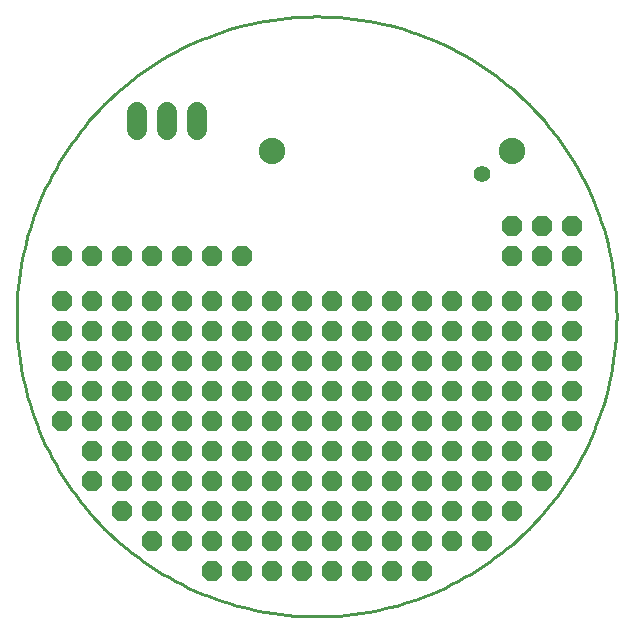
<source format=gts>
G75*
%MOIN*%
%OFA0B0*%
%FSLAX25Y25*%
%IPPOS*%
%LPD*%
%AMOC8*
5,1,8,0,0,1.08239X$1,22.5*
%
%ADD10C,0.01000*%
%ADD11C,0.08800*%
%ADD12OC8,0.06800*%
%ADD13C,0.06800*%
%ADD14OC8,0.06706*%
%ADD15C,0.05550*%
D10*
X0001500Y0101500D02*
X0001530Y0103954D01*
X0001620Y0106407D01*
X0001771Y0108856D01*
X0001982Y0111302D01*
X0002252Y0113741D01*
X0002582Y0116173D01*
X0002972Y0118596D01*
X0003421Y0121009D01*
X0003930Y0123410D01*
X0004497Y0125798D01*
X0005122Y0128171D01*
X0005806Y0130528D01*
X0006547Y0132868D01*
X0007346Y0135189D01*
X0008201Y0137490D01*
X0009112Y0139768D01*
X0010079Y0142024D01*
X0011101Y0144256D01*
X0012178Y0146461D01*
X0013308Y0148640D01*
X0014491Y0150790D01*
X0015727Y0152910D01*
X0017015Y0155000D01*
X0018353Y0157057D01*
X0019742Y0159081D01*
X0021179Y0161070D01*
X0022665Y0163023D01*
X0024199Y0164939D01*
X0025779Y0166817D01*
X0027405Y0168656D01*
X0029075Y0170454D01*
X0030789Y0172211D01*
X0032546Y0173925D01*
X0034344Y0175595D01*
X0036183Y0177221D01*
X0038061Y0178801D01*
X0039977Y0180335D01*
X0041930Y0181821D01*
X0043919Y0183258D01*
X0045943Y0184647D01*
X0048000Y0185985D01*
X0050090Y0187273D01*
X0052210Y0188509D01*
X0054360Y0189692D01*
X0056539Y0190822D01*
X0058744Y0191899D01*
X0060976Y0192921D01*
X0063232Y0193888D01*
X0065510Y0194799D01*
X0067811Y0195654D01*
X0070132Y0196453D01*
X0072472Y0197194D01*
X0074829Y0197878D01*
X0077202Y0198503D01*
X0079590Y0199070D01*
X0081991Y0199579D01*
X0084404Y0200028D01*
X0086827Y0200418D01*
X0089259Y0200748D01*
X0091698Y0201018D01*
X0094144Y0201229D01*
X0096593Y0201380D01*
X0099046Y0201470D01*
X0101500Y0201500D01*
X0103954Y0201470D01*
X0106407Y0201380D01*
X0108856Y0201229D01*
X0111302Y0201018D01*
X0113741Y0200748D01*
X0116173Y0200418D01*
X0118596Y0200028D01*
X0121009Y0199579D01*
X0123410Y0199070D01*
X0125798Y0198503D01*
X0128171Y0197878D01*
X0130528Y0197194D01*
X0132868Y0196453D01*
X0135189Y0195654D01*
X0137490Y0194799D01*
X0139768Y0193888D01*
X0142024Y0192921D01*
X0144256Y0191899D01*
X0146461Y0190822D01*
X0148640Y0189692D01*
X0150790Y0188509D01*
X0152910Y0187273D01*
X0155000Y0185985D01*
X0157057Y0184647D01*
X0159081Y0183258D01*
X0161070Y0181821D01*
X0163023Y0180335D01*
X0164939Y0178801D01*
X0166817Y0177221D01*
X0168656Y0175595D01*
X0170454Y0173925D01*
X0172211Y0172211D01*
X0173925Y0170454D01*
X0175595Y0168656D01*
X0177221Y0166817D01*
X0178801Y0164939D01*
X0180335Y0163023D01*
X0181821Y0161070D01*
X0183258Y0159081D01*
X0184647Y0157057D01*
X0185985Y0155000D01*
X0187273Y0152910D01*
X0188509Y0150790D01*
X0189692Y0148640D01*
X0190822Y0146461D01*
X0191899Y0144256D01*
X0192921Y0142024D01*
X0193888Y0139768D01*
X0194799Y0137490D01*
X0195654Y0135189D01*
X0196453Y0132868D01*
X0197194Y0130528D01*
X0197878Y0128171D01*
X0198503Y0125798D01*
X0199070Y0123410D01*
X0199579Y0121009D01*
X0200028Y0118596D01*
X0200418Y0116173D01*
X0200748Y0113741D01*
X0201018Y0111302D01*
X0201229Y0108856D01*
X0201380Y0106407D01*
X0201470Y0103954D01*
X0201500Y0101500D01*
X0201470Y0099046D01*
X0201380Y0096593D01*
X0201229Y0094144D01*
X0201018Y0091698D01*
X0200748Y0089259D01*
X0200418Y0086827D01*
X0200028Y0084404D01*
X0199579Y0081991D01*
X0199070Y0079590D01*
X0198503Y0077202D01*
X0197878Y0074829D01*
X0197194Y0072472D01*
X0196453Y0070132D01*
X0195654Y0067811D01*
X0194799Y0065510D01*
X0193888Y0063232D01*
X0192921Y0060976D01*
X0191899Y0058744D01*
X0190822Y0056539D01*
X0189692Y0054360D01*
X0188509Y0052210D01*
X0187273Y0050090D01*
X0185985Y0048000D01*
X0184647Y0045943D01*
X0183258Y0043919D01*
X0181821Y0041930D01*
X0180335Y0039977D01*
X0178801Y0038061D01*
X0177221Y0036183D01*
X0175595Y0034344D01*
X0173925Y0032546D01*
X0172211Y0030789D01*
X0170454Y0029075D01*
X0168656Y0027405D01*
X0166817Y0025779D01*
X0164939Y0024199D01*
X0163023Y0022665D01*
X0161070Y0021179D01*
X0159081Y0019742D01*
X0157057Y0018353D01*
X0155000Y0017015D01*
X0152910Y0015727D01*
X0150790Y0014491D01*
X0148640Y0013308D01*
X0146461Y0012178D01*
X0144256Y0011101D01*
X0142024Y0010079D01*
X0139768Y0009112D01*
X0137490Y0008201D01*
X0135189Y0007346D01*
X0132868Y0006547D01*
X0130528Y0005806D01*
X0128171Y0005122D01*
X0125798Y0004497D01*
X0123410Y0003930D01*
X0121009Y0003421D01*
X0118596Y0002972D01*
X0116173Y0002582D01*
X0113741Y0002252D01*
X0111302Y0001982D01*
X0108856Y0001771D01*
X0106407Y0001620D01*
X0103954Y0001530D01*
X0101500Y0001500D01*
X0099046Y0001530D01*
X0096593Y0001620D01*
X0094144Y0001771D01*
X0091698Y0001982D01*
X0089259Y0002252D01*
X0086827Y0002582D01*
X0084404Y0002972D01*
X0081991Y0003421D01*
X0079590Y0003930D01*
X0077202Y0004497D01*
X0074829Y0005122D01*
X0072472Y0005806D01*
X0070132Y0006547D01*
X0067811Y0007346D01*
X0065510Y0008201D01*
X0063232Y0009112D01*
X0060976Y0010079D01*
X0058744Y0011101D01*
X0056539Y0012178D01*
X0054360Y0013308D01*
X0052210Y0014491D01*
X0050090Y0015727D01*
X0048000Y0017015D01*
X0045943Y0018353D01*
X0043919Y0019742D01*
X0041930Y0021179D01*
X0039977Y0022665D01*
X0038061Y0024199D01*
X0036183Y0025779D01*
X0034344Y0027405D01*
X0032546Y0029075D01*
X0030789Y0030789D01*
X0029075Y0032546D01*
X0027405Y0034344D01*
X0025779Y0036183D01*
X0024199Y0038061D01*
X0022665Y0039977D01*
X0021179Y0041930D01*
X0019742Y0043919D01*
X0018353Y0045943D01*
X0017015Y0048000D01*
X0015727Y0050090D01*
X0014491Y0052210D01*
X0013308Y0054360D01*
X0012178Y0056539D01*
X0011101Y0058744D01*
X0010079Y0060976D01*
X0009112Y0063232D01*
X0008201Y0065510D01*
X0007346Y0067811D01*
X0006547Y0070132D01*
X0005806Y0072472D01*
X0005122Y0074829D01*
X0004497Y0077202D01*
X0003930Y0079590D01*
X0003421Y0081991D01*
X0002972Y0084404D01*
X0002582Y0086827D01*
X0002252Y0089259D01*
X0001982Y0091698D01*
X0001771Y0094144D01*
X0001620Y0096593D01*
X0001530Y0099046D01*
X0001500Y0101500D01*
D11*
X0086500Y0156500D03*
X0166500Y0156500D03*
D12*
X0166500Y0131500D03*
X0176500Y0131500D03*
X0176500Y0121500D03*
X0166500Y0121500D03*
X0186500Y0121500D03*
X0186500Y0131500D03*
X0076500Y0121500D03*
X0066500Y0121500D03*
X0056500Y0121500D03*
X0046500Y0121500D03*
X0036500Y0121500D03*
X0026500Y0121500D03*
X0016500Y0121500D03*
D13*
X0041500Y0163500D02*
X0041500Y0169500D01*
X0051500Y0169500D02*
X0051500Y0163500D01*
X0061500Y0163500D02*
X0061500Y0169500D01*
D14*
X0036500Y0036500D03*
X0036500Y0046500D03*
X0026500Y0046500D03*
X0026500Y0056500D03*
X0036500Y0056500D03*
X0036500Y0066500D03*
X0026500Y0066500D03*
X0026500Y0076500D03*
X0036500Y0076500D03*
X0036500Y0086500D03*
X0026500Y0086500D03*
X0026500Y0096500D03*
X0036500Y0096500D03*
X0036500Y0106500D03*
X0026500Y0106500D03*
X0016500Y0106500D03*
X0016500Y0096500D03*
X0016500Y0086500D03*
X0016500Y0076500D03*
X0016500Y0066500D03*
X0046500Y0066500D03*
X0046500Y0056500D03*
X0046500Y0046500D03*
X0046500Y0036500D03*
X0046500Y0026500D03*
X0056500Y0026500D03*
X0056500Y0036500D03*
X0056500Y0046500D03*
X0056500Y0056500D03*
X0056500Y0066500D03*
X0056500Y0076500D03*
X0056500Y0086500D03*
X0056500Y0096500D03*
X0056500Y0106500D03*
X0046500Y0106500D03*
X0046500Y0096500D03*
X0046500Y0086500D03*
X0046500Y0076500D03*
X0066500Y0076500D03*
X0066500Y0066500D03*
X0066500Y0056500D03*
X0066500Y0046500D03*
X0066500Y0036500D03*
X0066500Y0026500D03*
X0066500Y0016500D03*
X0076500Y0016500D03*
X0076500Y0026500D03*
X0076500Y0036500D03*
X0076500Y0046500D03*
X0076500Y0056500D03*
X0076500Y0066500D03*
X0076500Y0076500D03*
X0076500Y0086500D03*
X0076500Y0096500D03*
X0076500Y0106500D03*
X0066500Y0106500D03*
X0066500Y0096500D03*
X0066500Y0086500D03*
X0086500Y0086500D03*
X0086500Y0076500D03*
X0086500Y0066500D03*
X0086500Y0056500D03*
X0086500Y0046500D03*
X0086500Y0036500D03*
X0086500Y0026500D03*
X0086500Y0016500D03*
X0096500Y0016500D03*
X0096500Y0026500D03*
X0096500Y0036500D03*
X0096500Y0046500D03*
X0096500Y0056500D03*
X0096500Y0066500D03*
X0096500Y0076500D03*
X0096500Y0086500D03*
X0096500Y0096500D03*
X0096500Y0106500D03*
X0086500Y0106500D03*
X0086500Y0096500D03*
X0106500Y0096500D03*
X0106500Y0086500D03*
X0106500Y0076500D03*
X0106500Y0066500D03*
X0106500Y0056500D03*
X0106500Y0046500D03*
X0106500Y0036500D03*
X0106500Y0026500D03*
X0106500Y0016500D03*
X0116500Y0016500D03*
X0116500Y0026500D03*
X0116500Y0036500D03*
X0116500Y0046500D03*
X0116500Y0056500D03*
X0116500Y0066500D03*
X0116500Y0076500D03*
X0116500Y0086500D03*
X0116500Y0096500D03*
X0116500Y0106500D03*
X0106500Y0106500D03*
X0126500Y0106500D03*
X0126500Y0096500D03*
X0126500Y0086500D03*
X0126500Y0076500D03*
X0126500Y0066500D03*
X0126500Y0056500D03*
X0126500Y0046500D03*
X0126500Y0036500D03*
X0126500Y0026500D03*
X0126500Y0016500D03*
X0136500Y0016500D03*
X0136500Y0026500D03*
X0136500Y0036500D03*
X0136500Y0046500D03*
X0136500Y0056500D03*
X0136500Y0066500D03*
X0136500Y0076500D03*
X0136500Y0086500D03*
X0136500Y0096500D03*
X0136500Y0106500D03*
X0146500Y0106500D03*
X0146500Y0096500D03*
X0146500Y0086500D03*
X0146500Y0076500D03*
X0146500Y0066500D03*
X0146500Y0056500D03*
X0146500Y0046500D03*
X0146500Y0036500D03*
X0146500Y0026500D03*
X0156500Y0026500D03*
X0156500Y0036500D03*
X0156500Y0046500D03*
X0156500Y0056500D03*
X0156500Y0066500D03*
X0156500Y0076500D03*
X0156500Y0086500D03*
X0156500Y0096500D03*
X0156500Y0106500D03*
X0166500Y0106500D03*
X0176500Y0106500D03*
X0176500Y0096500D03*
X0166500Y0096500D03*
X0166500Y0086500D03*
X0176500Y0086500D03*
X0176500Y0076500D03*
X0166500Y0076500D03*
X0166500Y0066500D03*
X0176500Y0066500D03*
X0176500Y0056500D03*
X0166500Y0056500D03*
X0166500Y0046500D03*
X0176500Y0046500D03*
X0166500Y0036500D03*
X0186500Y0066500D03*
X0186500Y0076500D03*
X0186500Y0086500D03*
X0186500Y0096500D03*
X0186500Y0106500D03*
D15*
X0156500Y0149000D03*
M02*

</source>
